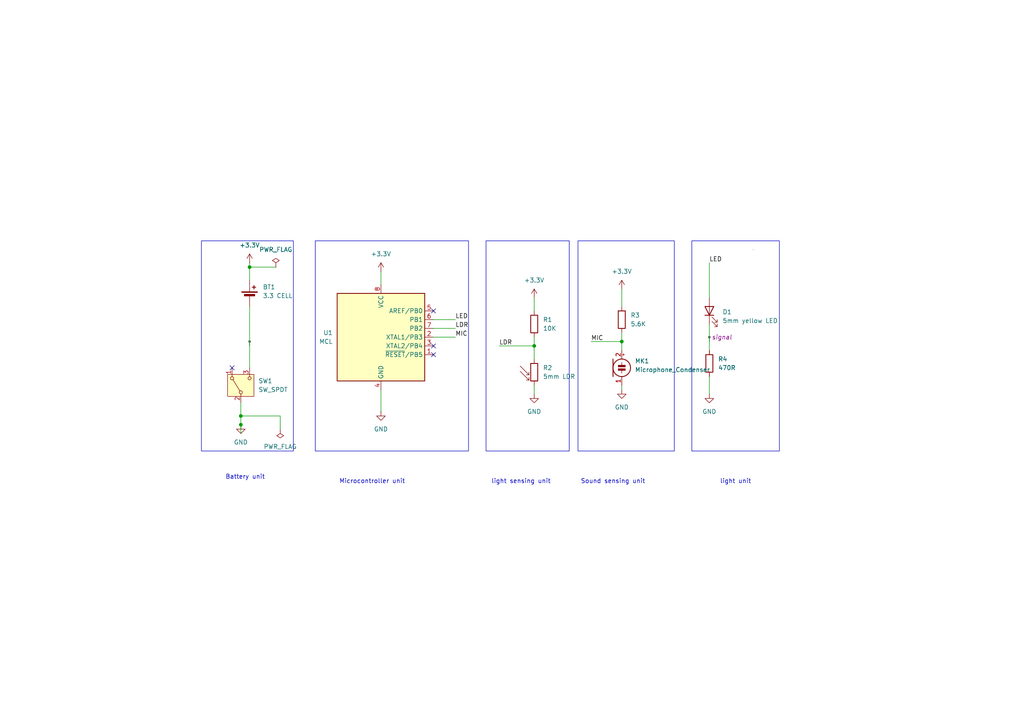
<source format=kicad_sch>
(kicad_sch
	(version 20231120)
	(generator "eeschema")
	(generator_version "8.0")
	(uuid "f8f862d3-1d98-48eb-a3c4-75cd9f32a1fe")
	(paper "A4")
	(title_block
		(title "Digital diya")
		(date "2025-02-06")
		(rev " v1")
		(company "PCB cupid")
	)
	(lib_symbols
		(symbol "Device:Battery_Cell"
			(pin_numbers hide)
			(pin_names
				(offset 0) hide)
			(exclude_from_sim no)
			(in_bom yes)
			(on_board yes)
			(property "Reference" "BT"
				(at 2.54 2.54 0)
				(effects
					(font
						(size 1.27 1.27)
					)
					(justify left)
				)
			)
			(property "Value" "Battery_Cell"
				(at 2.54 0 0)
				(effects
					(font
						(size 1.27 1.27)
					)
					(justify left)
				)
			)
			(property "Footprint" ""
				(at 0 1.524 90)
				(effects
					(font
						(size 1.27 1.27)
					)
					(hide yes)
				)
			)
			(property "Datasheet" "~"
				(at 0 1.524 90)
				(effects
					(font
						(size 1.27 1.27)
					)
					(hide yes)
				)
			)
			(property "Description" "Single-cell battery"
				(at 0 0 0)
				(effects
					(font
						(size 1.27 1.27)
					)
					(hide yes)
				)
			)
			(property "ki_keywords" "battery cell"
				(at 0 0 0)
				(effects
					(font
						(size 1.27 1.27)
					)
					(hide yes)
				)
			)
			(symbol "Battery_Cell_0_1"
				(rectangle
					(start -2.286 1.778)
					(end 2.286 1.524)
					(stroke
						(width 0)
						(type default)
					)
					(fill
						(type outline)
					)
				)
				(rectangle
					(start -1.524 1.016)
					(end 1.524 0.508)
					(stroke
						(width 0)
						(type default)
					)
					(fill
						(type outline)
					)
				)
				(polyline
					(pts
						(xy 0 0.762) (xy 0 0)
					)
					(stroke
						(width 0)
						(type default)
					)
					(fill
						(type none)
					)
				)
				(polyline
					(pts
						(xy 0 1.778) (xy 0 2.54)
					)
					(stroke
						(width 0)
						(type default)
					)
					(fill
						(type none)
					)
				)
				(polyline
					(pts
						(xy 0.762 3.048) (xy 1.778 3.048)
					)
					(stroke
						(width 0.254)
						(type default)
					)
					(fill
						(type none)
					)
				)
				(polyline
					(pts
						(xy 1.27 3.556) (xy 1.27 2.54)
					)
					(stroke
						(width 0.254)
						(type default)
					)
					(fill
						(type none)
					)
				)
			)
			(symbol "Battery_Cell_1_1"
				(pin passive line
					(at 0 5.08 270)
					(length 2.54)
					(name "+"
						(effects
							(font
								(size 1.27 1.27)
							)
						)
					)
					(number "1"
						(effects
							(font
								(size 1.27 1.27)
							)
						)
					)
				)
				(pin passive line
					(at 0 -2.54 90)
					(length 2.54)
					(name "-"
						(effects
							(font
								(size 1.27 1.27)
							)
						)
					)
					(number "2"
						(effects
							(font
								(size 1.27 1.27)
							)
						)
					)
				)
			)
		)
		(symbol "Device:LED"
			(pin_numbers hide)
			(pin_names
				(offset 1.016) hide)
			(exclude_from_sim no)
			(in_bom yes)
			(on_board yes)
			(property "Reference" "D"
				(at 0 2.54 0)
				(effects
					(font
						(size 1.27 1.27)
					)
				)
			)
			(property "Value" "LED"
				(at 0 -2.54 0)
				(effects
					(font
						(size 1.27 1.27)
					)
				)
			)
			(property "Footprint" ""
				(at 0 0 0)
				(effects
					(font
						(size 1.27 1.27)
					)
					(hide yes)
				)
			)
			(property "Datasheet" "~"
				(at 0 0 0)
				(effects
					(font
						(size 1.27 1.27)
					)
					(hide yes)
				)
			)
			(property "Description" "Light emitting diode"
				(at 0 0 0)
				(effects
					(font
						(size 1.27 1.27)
					)
					(hide yes)
				)
			)
			(property "ki_keywords" "LED diode"
				(at 0 0 0)
				(effects
					(font
						(size 1.27 1.27)
					)
					(hide yes)
				)
			)
			(property "ki_fp_filters" "LED* LED_SMD:* LED_THT:*"
				(at 0 0 0)
				(effects
					(font
						(size 1.27 1.27)
					)
					(hide yes)
				)
			)
			(symbol "LED_0_1"
				(polyline
					(pts
						(xy -1.27 -1.27) (xy -1.27 1.27)
					)
					(stroke
						(width 0.254)
						(type default)
					)
					(fill
						(type none)
					)
				)
				(polyline
					(pts
						(xy -1.27 0) (xy 1.27 0)
					)
					(stroke
						(width 0)
						(type default)
					)
					(fill
						(type none)
					)
				)
				(polyline
					(pts
						(xy 1.27 -1.27) (xy 1.27 1.27) (xy -1.27 0) (xy 1.27 -1.27)
					)
					(stroke
						(width 0.254)
						(type default)
					)
					(fill
						(type none)
					)
				)
				(polyline
					(pts
						(xy -3.048 -0.762) (xy -4.572 -2.286) (xy -3.81 -2.286) (xy -4.572 -2.286) (xy -4.572 -1.524)
					)
					(stroke
						(width 0)
						(type default)
					)
					(fill
						(type none)
					)
				)
				(polyline
					(pts
						(xy -1.778 -0.762) (xy -3.302 -2.286) (xy -2.54 -2.286) (xy -3.302 -2.286) (xy -3.302 -1.524)
					)
					(stroke
						(width 0)
						(type default)
					)
					(fill
						(type none)
					)
				)
			)
			(symbol "LED_1_1"
				(pin passive line
					(at -3.81 0 0)
					(length 2.54)
					(name "K"
						(effects
							(font
								(size 1.27 1.27)
							)
						)
					)
					(number "1"
						(effects
							(font
								(size 1.27 1.27)
							)
						)
					)
				)
				(pin passive line
					(at 3.81 0 180)
					(length 2.54)
					(name "A"
						(effects
							(font
								(size 1.27 1.27)
							)
						)
					)
					(number "2"
						(effects
							(font
								(size 1.27 1.27)
							)
						)
					)
				)
			)
		)
		(symbol "Device:Microphone_Condenser"
			(pin_names
				(offset 0.0254) hide)
			(exclude_from_sim no)
			(in_bom yes)
			(on_board yes)
			(property "Reference" "MK"
				(at -3.302 1.27 0)
				(effects
					(font
						(size 1.27 1.27)
					)
					(justify right)
				)
			)
			(property "Value" "Microphone_Condenser"
				(at -3.302 -0.635 0)
				(effects
					(font
						(size 1.27 1.27)
					)
					(justify right)
				)
			)
			(property "Footprint" ""
				(at 0 2.54 90)
				(effects
					(font
						(size 1.27 1.27)
					)
					(hide yes)
				)
			)
			(property "Datasheet" "~"
				(at 0 2.54 90)
				(effects
					(font
						(size 1.27 1.27)
					)
					(hide yes)
				)
			)
			(property "Description" "Condenser microphone"
				(at 0 0 0)
				(effects
					(font
						(size 1.27 1.27)
					)
					(hide yes)
				)
			)
			(property "ki_keywords" "capacitance condenser microphone"
				(at 0 0 0)
				(effects
					(font
						(size 1.27 1.27)
					)
					(hide yes)
				)
			)
			(symbol "Microphone_Condenser_0_1"
				(polyline
					(pts
						(xy -2.54 2.54) (xy -2.54 -2.54)
					)
					(stroke
						(width 0.254)
						(type default)
					)
					(fill
						(type none)
					)
				)
				(polyline
					(pts
						(xy 0 -0.762) (xy 0 -1.524)
					)
					(stroke
						(width 0)
						(type default)
					)
					(fill
						(type none)
					)
				)
				(polyline
					(pts
						(xy 0 0.762) (xy 0 1.524)
					)
					(stroke
						(width 0)
						(type default)
					)
					(fill
						(type none)
					)
				)
				(polyline
					(pts
						(xy 0.254 3.81) (xy 0.762 3.81)
					)
					(stroke
						(width 0)
						(type default)
					)
					(fill
						(type none)
					)
				)
				(polyline
					(pts
						(xy 0.508 4.064) (xy 0.508 3.556)
					)
					(stroke
						(width 0)
						(type default)
					)
					(fill
						(type none)
					)
				)
				(circle
					(center 0 0)
					(radius 2.54)
					(stroke
						(width 0.254)
						(type default)
					)
					(fill
						(type none)
					)
				)
				(rectangle
					(start 1.016 -0.254)
					(end -1.016 -0.762)
					(stroke
						(width 0)
						(type default)
					)
					(fill
						(type outline)
					)
				)
				(rectangle
					(start 1.016 0.762)
					(end -1.016 0.254)
					(stroke
						(width 0)
						(type default)
					)
					(fill
						(type outline)
					)
				)
			)
			(symbol "Microphone_Condenser_1_1"
				(pin passive line
					(at 0 -5.08 90)
					(length 2.54)
					(name "-"
						(effects
							(font
								(size 1.27 1.27)
							)
						)
					)
					(number "1"
						(effects
							(font
								(size 1.27 1.27)
							)
						)
					)
				)
				(pin passive line
					(at 0 5.08 270)
					(length 2.54)
					(name "+"
						(effects
							(font
								(size 1.27 1.27)
							)
						)
					)
					(number "2"
						(effects
							(font
								(size 1.27 1.27)
							)
						)
					)
				)
			)
		)
		(symbol "Device:R"
			(pin_numbers hide)
			(pin_names
				(offset 0)
			)
			(exclude_from_sim no)
			(in_bom yes)
			(on_board yes)
			(property "Reference" "R"
				(at 2.032 0 90)
				(effects
					(font
						(size 1.27 1.27)
					)
				)
			)
			(property "Value" "R"
				(at 0 0 90)
				(effects
					(font
						(size 1.27 1.27)
					)
				)
			)
			(property "Footprint" ""
				(at -1.778 0 90)
				(effects
					(font
						(size 1.27 1.27)
					)
					(hide yes)
				)
			)
			(property "Datasheet" "~"
				(at 0 0 0)
				(effects
					(font
						(size 1.27 1.27)
					)
					(hide yes)
				)
			)
			(property "Description" "Resistor"
				(at 0 0 0)
				(effects
					(font
						(size 1.27 1.27)
					)
					(hide yes)
				)
			)
			(property "ki_keywords" "R res resistor"
				(at 0 0 0)
				(effects
					(font
						(size 1.27 1.27)
					)
					(hide yes)
				)
			)
			(property "ki_fp_filters" "R_*"
				(at 0 0 0)
				(effects
					(font
						(size 1.27 1.27)
					)
					(hide yes)
				)
			)
			(symbol "R_0_1"
				(rectangle
					(start -1.016 -2.54)
					(end 1.016 2.54)
					(stroke
						(width 0.254)
						(type default)
					)
					(fill
						(type none)
					)
				)
			)
			(symbol "R_1_1"
				(pin passive line
					(at 0 3.81 270)
					(length 1.27)
					(name "~"
						(effects
							(font
								(size 1.27 1.27)
							)
						)
					)
					(number "1"
						(effects
							(font
								(size 1.27 1.27)
							)
						)
					)
				)
				(pin passive line
					(at 0 -3.81 90)
					(length 1.27)
					(name "~"
						(effects
							(font
								(size 1.27 1.27)
							)
						)
					)
					(number "2"
						(effects
							(font
								(size 1.27 1.27)
							)
						)
					)
				)
			)
		)
		(symbol "MCU_Microchip_ATtiny:ATtiny85V-10P"
			(exclude_from_sim no)
			(in_bom yes)
			(on_board yes)
			(property "Reference" "U"
				(at -12.7 13.97 0)
				(effects
					(font
						(size 1.27 1.27)
					)
					(justify left bottom)
				)
			)
			(property "Value" "ATtiny85V-10P"
				(at 2.54 -13.97 0)
				(effects
					(font
						(size 1.27 1.27)
					)
					(justify left top)
				)
			)
			(property "Footprint" "Package_DIP:DIP-8_W7.62mm"
				(at 0 0 0)
				(effects
					(font
						(size 1.27 1.27)
						(italic yes)
					)
					(hide yes)
				)
			)
			(property "Datasheet" "http://ww1.microchip.com/downloads/en/DeviceDoc/atmel-2586-avr-8-bit-microcontroller-attiny25-attiny45-attiny85_datasheet.pdf"
				(at 0 0 0)
				(effects
					(font
						(size 1.27 1.27)
					)
					(hide yes)
				)
			)
			(property "Description" "10MHz, 8kB Flash, 512B SRAM, 512B EEPROM, debugWIRE, DIP-8"
				(at 0 0 0)
				(effects
					(font
						(size 1.27 1.27)
					)
					(hide yes)
				)
			)
			(property "ki_keywords" "AVR 8bit Microcontroller tinyAVR"
				(at 0 0 0)
				(effects
					(font
						(size 1.27 1.27)
					)
					(hide yes)
				)
			)
			(property "ki_fp_filters" "DIP*W7.62mm*"
				(at 0 0 0)
				(effects
					(font
						(size 1.27 1.27)
					)
					(hide yes)
				)
			)
			(symbol "ATtiny85V-10P_0_1"
				(rectangle
					(start -12.7 -12.7)
					(end 12.7 12.7)
					(stroke
						(width 0.254)
						(type default)
					)
					(fill
						(type background)
					)
				)
			)
			(symbol "ATtiny85V-10P_1_1"
				(pin bidirectional line
					(at 15.24 -5.08 180)
					(length 2.54)
					(name "~{RESET}/PB5"
						(effects
							(font
								(size 1.27 1.27)
							)
						)
					)
					(number "1"
						(effects
							(font
								(size 1.27 1.27)
							)
						)
					)
				)
				(pin bidirectional line
					(at 15.24 0 180)
					(length 2.54)
					(name "XTAL1/PB3"
						(effects
							(font
								(size 1.27 1.27)
							)
						)
					)
					(number "2"
						(effects
							(font
								(size 1.27 1.27)
							)
						)
					)
				)
				(pin bidirectional line
					(at 15.24 -2.54 180)
					(length 2.54)
					(name "XTAL2/PB4"
						(effects
							(font
								(size 1.27 1.27)
							)
						)
					)
					(number "3"
						(effects
							(font
								(size 1.27 1.27)
							)
						)
					)
				)
				(pin power_in line
					(at 0 -15.24 90)
					(length 2.54)
					(name "GND"
						(effects
							(font
								(size 1.27 1.27)
							)
						)
					)
					(number "4"
						(effects
							(font
								(size 1.27 1.27)
							)
						)
					)
				)
				(pin bidirectional line
					(at 15.24 7.62 180)
					(length 2.54)
					(name "AREF/PB0"
						(effects
							(font
								(size 1.27 1.27)
							)
						)
					)
					(number "5"
						(effects
							(font
								(size 1.27 1.27)
							)
						)
					)
				)
				(pin bidirectional line
					(at 15.24 5.08 180)
					(length 2.54)
					(name "PB1"
						(effects
							(font
								(size 1.27 1.27)
							)
						)
					)
					(number "6"
						(effects
							(font
								(size 1.27 1.27)
							)
						)
					)
				)
				(pin bidirectional line
					(at 15.24 2.54 180)
					(length 2.54)
					(name "PB2"
						(effects
							(font
								(size 1.27 1.27)
							)
						)
					)
					(number "7"
						(effects
							(font
								(size 1.27 1.27)
							)
						)
					)
				)
				(pin power_in line
					(at 0 15.24 270)
					(length 2.54)
					(name "VCC"
						(effects
							(font
								(size 1.27 1.27)
							)
						)
					)
					(number "8"
						(effects
							(font
								(size 1.27 1.27)
							)
						)
					)
				)
			)
		)
		(symbol "Sensor_Optical:LDR07"
			(pin_numbers hide)
			(pin_names
				(offset 0)
			)
			(exclude_from_sim no)
			(in_bom yes)
			(on_board yes)
			(property "Reference" "R"
				(at -5.08 0 90)
				(effects
					(font
						(size 1.27 1.27)
					)
				)
			)
			(property "Value" "LDR07"
				(at 1.905 0 90)
				(effects
					(font
						(size 1.27 1.27)
					)
					(justify top)
				)
			)
			(property "Footprint" "OptoDevice:R_LDR_5.1x4.3mm_P3.4mm_Vertical"
				(at 4.445 0 90)
				(effects
					(font
						(size 1.27 1.27)
					)
					(hide yes)
				)
			)
			(property "Datasheet" "http://www.tme.eu/de/Document/f2e3ad76a925811312d226c31da4cd7e/LDR07.pdf"
				(at 0 -1.27 0)
				(effects
					(font
						(size 1.27 1.27)
					)
					(hide yes)
				)
			)
			(property "Description" "light dependent resistor"
				(at 0 0 0)
				(effects
					(font
						(size 1.27 1.27)
					)
					(hide yes)
				)
			)
			(property "ki_keywords" "light dependent photo resistor LDR"
				(at 0 0 0)
				(effects
					(font
						(size 1.27 1.27)
					)
					(hide yes)
				)
			)
			(property "ki_fp_filters" "R*LDR*5.1x4.3mm*P3.4mm*"
				(at 0 0 0)
				(effects
					(font
						(size 1.27 1.27)
					)
					(hide yes)
				)
			)
			(symbol "LDR07_0_1"
				(rectangle
					(start -1.016 2.54)
					(end 1.016 -2.54)
					(stroke
						(width 0.254)
						(type default)
					)
					(fill
						(type none)
					)
				)
				(polyline
					(pts
						(xy -1.524 -2.286) (xy -4.064 0.254)
					)
					(stroke
						(width 0)
						(type default)
					)
					(fill
						(type none)
					)
				)
				(polyline
					(pts
						(xy -1.524 -2.286) (xy -2.286 -2.286)
					)
					(stroke
						(width 0)
						(type default)
					)
					(fill
						(type none)
					)
				)
				(polyline
					(pts
						(xy -1.524 -2.286) (xy -1.524 -1.524)
					)
					(stroke
						(width 0)
						(type default)
					)
					(fill
						(type none)
					)
				)
				(polyline
					(pts
						(xy -1.524 -0.762) (xy -4.064 1.778)
					)
					(stroke
						(width 0)
						(type default)
					)
					(fill
						(type none)
					)
				)
				(polyline
					(pts
						(xy -1.524 -0.762) (xy -2.286 -0.762)
					)
					(stroke
						(width 0)
						(type default)
					)
					(fill
						(type none)
					)
				)
				(polyline
					(pts
						(xy -1.524 -0.762) (xy -1.524 0)
					)
					(stroke
						(width 0)
						(type default)
					)
					(fill
						(type none)
					)
				)
			)
			(symbol "LDR07_1_1"
				(pin passive line
					(at 0 3.81 270)
					(length 1.27)
					(name "~"
						(effects
							(font
								(size 1.27 1.27)
							)
						)
					)
					(number "1"
						(effects
							(font
								(size 1.27 1.27)
							)
						)
					)
				)
				(pin passive line
					(at 0 -3.81 90)
					(length 1.27)
					(name "~"
						(effects
							(font
								(size 1.27 1.27)
							)
						)
					)
					(number "2"
						(effects
							(font
								(size 1.27 1.27)
							)
						)
					)
				)
			)
		)
		(symbol "Switch:SW_SPDT"
			(pin_names
				(offset 0) hide)
			(exclude_from_sim no)
			(in_bom yes)
			(on_board yes)
			(property "Reference" "SW"
				(at 0 5.08 0)
				(effects
					(font
						(size 1.27 1.27)
					)
				)
			)
			(property "Value" "SW_SPDT"
				(at 0 -5.08 0)
				(effects
					(font
						(size 1.27 1.27)
					)
				)
			)
			(property "Footprint" ""
				(at 0 0 0)
				(effects
					(font
						(size 1.27 1.27)
					)
					(hide yes)
				)
			)
			(property "Datasheet" "~"
				(at 0 -7.62 0)
				(effects
					(font
						(size 1.27 1.27)
					)
					(hide yes)
				)
			)
			(property "Description" "Switch, single pole double throw"
				(at 0 0 0)
				(effects
					(font
						(size 1.27 1.27)
					)
					(hide yes)
				)
			)
			(property "ki_keywords" "switch single-pole double-throw spdt ON-ON"
				(at 0 0 0)
				(effects
					(font
						(size 1.27 1.27)
					)
					(hide yes)
				)
			)
			(symbol "SW_SPDT_0_1"
				(circle
					(center -2.032 0)
					(radius 0.4572)
					(stroke
						(width 0)
						(type default)
					)
					(fill
						(type none)
					)
				)
				(polyline
					(pts
						(xy -1.651 0.254) (xy 1.651 2.286)
					)
					(stroke
						(width 0)
						(type default)
					)
					(fill
						(type none)
					)
				)
				(circle
					(center 2.032 -2.54)
					(radius 0.4572)
					(stroke
						(width 0)
						(type default)
					)
					(fill
						(type none)
					)
				)
				(circle
					(center 2.032 2.54)
					(radius 0.4572)
					(stroke
						(width 0)
						(type default)
					)
					(fill
						(type none)
					)
				)
			)
			(symbol "SW_SPDT_1_1"
				(rectangle
					(start -3.175 3.81)
					(end 3.175 -3.81)
					(stroke
						(width 0)
						(type default)
					)
					(fill
						(type background)
					)
				)
				(pin passive line
					(at 5.08 2.54 180)
					(length 2.54)
					(name "A"
						(effects
							(font
								(size 1.27 1.27)
							)
						)
					)
					(number "1"
						(effects
							(font
								(size 1.27 1.27)
							)
						)
					)
				)
				(pin passive line
					(at -5.08 0 0)
					(length 2.54)
					(name "B"
						(effects
							(font
								(size 1.27 1.27)
							)
						)
					)
					(number "2"
						(effects
							(font
								(size 1.27 1.27)
							)
						)
					)
				)
				(pin passive line
					(at 5.08 -2.54 180)
					(length 2.54)
					(name "C"
						(effects
							(font
								(size 1.27 1.27)
							)
						)
					)
					(number "3"
						(effects
							(font
								(size 1.27 1.27)
							)
						)
					)
				)
			)
		)
		(symbol "power:+3.3V"
			(power)
			(pin_numbers hide)
			(pin_names
				(offset 0) hide)
			(exclude_from_sim no)
			(in_bom yes)
			(on_board yes)
			(property "Reference" "#PWR"
				(at 0 -3.81 0)
				(effects
					(font
						(size 1.27 1.27)
					)
					(hide yes)
				)
			)
			(property "Value" "+3.3V"
				(at 0 3.556 0)
				(effects
					(font
						(size 1.27 1.27)
					)
				)
			)
			(property "Footprint" ""
				(at 0 0 0)
				(effects
					(font
						(size 1.27 1.27)
					)
					(hide yes)
				)
			)
			(property "Datasheet" ""
				(at 0 0 0)
				(effects
					(font
						(size 1.27 1.27)
					)
					(hide yes)
				)
			)
			(property "Description" "Power symbol creates a global label with name \"+3.3V\""
				(at 0 0 0)
				(effects
					(font
						(size 1.27 1.27)
					)
					(hide yes)
				)
			)
			(property "ki_keywords" "global power"
				(at 0 0 0)
				(effects
					(font
						(size 1.27 1.27)
					)
					(hide yes)
				)
			)
			(symbol "+3.3V_0_1"
				(polyline
					(pts
						(xy -0.762 1.27) (xy 0 2.54)
					)
					(stroke
						(width 0)
						(type default)
					)
					(fill
						(type none)
					)
				)
				(polyline
					(pts
						(xy 0 0) (xy 0 2.54)
					)
					(stroke
						(width 0)
						(type default)
					)
					(fill
						(type none)
					)
				)
				(polyline
					(pts
						(xy 0 2.54) (xy 0.762 1.27)
					)
					(stroke
						(width 0)
						(type default)
					)
					(fill
						(type none)
					)
				)
			)
			(symbol "+3.3V_1_1"
				(pin power_in line
					(at 0 0 90)
					(length 0)
					(name "~"
						(effects
							(font
								(size 1.27 1.27)
							)
						)
					)
					(number "1"
						(effects
							(font
								(size 1.27 1.27)
							)
						)
					)
				)
			)
		)
		(symbol "power:GND"
			(power)
			(pin_numbers hide)
			(pin_names
				(offset 0) hide)
			(exclude_from_sim no)
			(in_bom yes)
			(on_board yes)
			(property "Reference" "#PWR"
				(at 0 -6.35 0)
				(effects
					(font
						(size 1.27 1.27)
					)
					(hide yes)
				)
			)
			(property "Value" "GND"
				(at 0 -3.81 0)
				(effects
					(font
						(size 1.27 1.27)
					)
				)
			)
			(property "Footprint" ""
				(at 0 0 0)
				(effects
					(font
						(size 1.27 1.27)
					)
					(hide yes)
				)
			)
			(property "Datasheet" ""
				(at 0 0 0)
				(effects
					(font
						(size 1.27 1.27)
					)
					(hide yes)
				)
			)
			(property "Description" "Power symbol creates a global label with name \"GND\" , ground"
				(at 0 0 0)
				(effects
					(font
						(size 1.27 1.27)
					)
					(hide yes)
				)
			)
			(property "ki_keywords" "global power"
				(at 0 0 0)
				(effects
					(font
						(size 1.27 1.27)
					)
					(hide yes)
				)
			)
			(symbol "GND_0_1"
				(polyline
					(pts
						(xy 0 0) (xy 0 -1.27) (xy 1.27 -1.27) (xy 0 -2.54) (xy -1.27 -1.27) (xy 0 -1.27)
					)
					(stroke
						(width 0)
						(type default)
					)
					(fill
						(type none)
					)
				)
			)
			(symbol "GND_1_1"
				(pin power_in line
					(at 0 0 270)
					(length 0)
					(name "~"
						(effects
							(font
								(size 1.27 1.27)
							)
						)
					)
					(number "1"
						(effects
							(font
								(size 1.27 1.27)
							)
						)
					)
				)
			)
		)
		(symbol "power:PWR_FLAG"
			(power)
			(pin_numbers hide)
			(pin_names
				(offset 0) hide)
			(exclude_from_sim no)
			(in_bom yes)
			(on_board yes)
			(property "Reference" "#FLG"
				(at 0 1.905 0)
				(effects
					(font
						(size 1.27 1.27)
					)
					(hide yes)
				)
			)
			(property "Value" "PWR_FLAG"
				(at 0 3.81 0)
				(effects
					(font
						(size 1.27 1.27)
					)
				)
			)
			(property "Footprint" ""
				(at 0 0 0)
				(effects
					(font
						(size 1.27 1.27)
					)
					(hide yes)
				)
			)
			(property "Datasheet" "~"
				(at 0 0 0)
				(effects
					(font
						(size 1.27 1.27)
					)
					(hide yes)
				)
			)
			(property "Description" "Special symbol for telling ERC where power comes from"
				(at 0 0 0)
				(effects
					(font
						(size 1.27 1.27)
					)
					(hide yes)
				)
			)
			(property "ki_keywords" "flag power"
				(at 0 0 0)
				(effects
					(font
						(size 1.27 1.27)
					)
					(hide yes)
				)
			)
			(symbol "PWR_FLAG_0_0"
				(pin power_out line
					(at 0 0 90)
					(length 0)
					(name "~"
						(effects
							(font
								(size 1.27 1.27)
							)
						)
					)
					(number "1"
						(effects
							(font
								(size 1.27 1.27)
							)
						)
					)
				)
			)
			(symbol "PWR_FLAG_0_1"
				(polyline
					(pts
						(xy 0 0) (xy 0 1.27) (xy -1.016 1.905) (xy 0 2.54) (xy 1.016 1.905) (xy 0 1.27)
					)
					(stroke
						(width 0)
						(type default)
					)
					(fill
						(type none)
					)
				)
			)
		)
	)
	(junction
		(at 154.94 100.33)
		(diameter 0)
		(color 0 0 0 0)
		(uuid "2c0cf104-284b-41c3-b1f4-c74b034818e8")
	)
	(junction
		(at 69.85 120.65)
		(diameter 0)
		(color 0 0 0 0)
		(uuid "5a493d62-7040-48a5-a0c6-61e55892636c")
	)
	(junction
		(at 69.85 123.19)
		(diameter 0)
		(color 0 0 0 0)
		(uuid "8aa7c34a-08c8-4be1-87ba-5fed86283227")
	)
	(junction
		(at 72.39 77.47)
		(diameter 0)
		(color 0 0 0 0)
		(uuid "b39b0ca9-cfbd-4698-b359-005d564e2e08")
	)
	(junction
		(at 180.34 99.06)
		(diameter 0)
		(color 0 0 0 0)
		(uuid "beee0f54-ea53-446c-a89d-3c3c18c5357b")
	)
	(no_connect
		(at 125.73 100.33)
		(uuid "36cbec06-eaee-4165-bf3c-abfefed1657d")
	)
	(no_connect
		(at 125.73 90.17)
		(uuid "3c899ebd-ca40-4ae3-a3c4-84b6e22832e2")
	)
	(no_connect
		(at 67.31 106.68)
		(uuid "7f586335-6d63-4dab-b6b4-e5770720d5dc")
	)
	(no_connect
		(at 125.73 102.87)
		(uuid "dd91180b-d250-43c8-bae0-1b929a084c30")
	)
	(wire
		(pts
			(xy 110.49 78.74) (xy 110.49 82.55)
		)
		(stroke
			(width 0)
			(type default)
		)
		(uuid "10bb44a3-c24e-499a-8fd7-7ab4ff59e201")
	)
	(wire
		(pts
			(xy 72.39 77.47) (xy 80.01 77.47)
		)
		(stroke
			(width 0)
			(type default)
		)
		(uuid "1b678970-0bb5-45b6-b21c-83aa72beff6f")
	)
	(wire
		(pts
			(xy 72.39 77.47) (xy 72.39 81.28)
		)
		(stroke
			(width 0)
			(type default)
		)
		(uuid "26a6e593-e8a3-4d55-9cb7-79382cc7d830")
	)
	(wire
		(pts
			(xy 154.94 100.33) (xy 154.94 104.14)
		)
		(stroke
			(width 0)
			(type default)
		)
		(uuid "28d29028-651b-44e7-9559-feb0838c138a")
	)
	(wire
		(pts
			(xy 180.34 96.52) (xy 180.34 99.06)
		)
		(stroke
			(width 0)
			(type default)
		)
		(uuid "34afbd71-72a9-440b-afe8-9d77ea087154")
	)
	(wire
		(pts
			(xy 81.28 120.65) (xy 69.85 120.65)
		)
		(stroke
			(width 0)
			(type default)
		)
		(uuid "35652ebb-ff9f-4ec3-bac3-973e1270208e")
	)
	(wire
		(pts
			(xy 180.34 83.82) (xy 180.34 88.9)
		)
		(stroke
			(width 0)
			(type default)
		)
		(uuid "3b7e8457-ccb0-478d-ba95-1388b9ba3c30")
	)
	(wire
		(pts
			(xy 69.85 116.84) (xy 69.85 120.65)
		)
		(stroke
			(width 0)
			(type default)
		)
		(uuid "4e9fa94d-4f9e-4e49-9c15-d3f0aa076120")
	)
	(wire
		(pts
			(xy 125.73 95.25) (xy 132.08 95.25)
		)
		(stroke
			(width 0)
			(type default)
		)
		(uuid "4f529ae5-f154-486d-8fbb-ccfde0811426")
	)
	(wire
		(pts
			(xy 171.45 99.06) (xy 180.34 99.06)
		)
		(stroke
			(width 0)
			(type default)
		)
		(uuid "51383d3f-cdd9-4a19-98d6-94cf7613c0d3")
	)
	(wire
		(pts
			(xy 69.85 123.19) (xy 69.85 125.73)
		)
		(stroke
			(width 0)
			(type default)
		)
		(uuid "54f6e681-e38e-470d-8d53-ff47132dafd1")
	)
	(wire
		(pts
			(xy 72.39 88.9) (xy 72.39 106.68)
		)
		(stroke
			(width 0)
			(type default)
		)
		(uuid "722c3ecb-3cb3-40aa-8773-39eef0b7d803")
	)
	(wire
		(pts
			(xy 125.73 97.79) (xy 132.08 97.79)
		)
		(stroke
			(width 0)
			(type default)
		)
		(uuid "75f0277a-7151-41c1-9161-d98ef6b1946c")
	)
	(wire
		(pts
			(xy 110.49 113.03) (xy 110.49 119.38)
		)
		(stroke
			(width 0)
			(type default)
		)
		(uuid "82167735-9a47-4f70-a7f8-0b8c917a7e98")
	)
	(wire
		(pts
			(xy 205.74 93.98) (xy 205.74 101.6)
		)
		(stroke
			(width 0)
			(type default)
		)
		(uuid "96cf6697-20ad-412b-a9e3-918aa5a44537")
	)
	(wire
		(pts
			(xy 72.39 76.2) (xy 72.39 77.47)
		)
		(stroke
			(width 0)
			(type default)
		)
		(uuid "a580a029-9463-479e-b1d3-906e78fd4f0d")
	)
	(wire
		(pts
			(xy 180.34 99.06) (xy 180.34 101.6)
		)
		(stroke
			(width 0)
			(type default)
		)
		(uuid "b548d5f0-6677-4974-bc3f-50081599ec5e")
	)
	(wire
		(pts
			(xy 154.94 111.76) (xy 154.94 114.3)
		)
		(stroke
			(width 0)
			(type default)
		)
		(uuid "ba895ba5-67d5-4fac-90d9-4fa19f5af7e3")
	)
	(wire
		(pts
			(xy 180.34 111.76) (xy 180.34 113.03)
		)
		(stroke
			(width 0)
			(type default)
		)
		(uuid "d03b5d58-020c-4d89-9718-d7d8987ccf4d")
	)
	(wire
		(pts
			(xy 144.78 100.33) (xy 154.94 100.33)
		)
		(stroke
			(width 0)
			(type default)
		)
		(uuid "d9914150-7379-4116-a18c-b50aa1f67f35")
	)
	(wire
		(pts
			(xy 205.74 76.2) (xy 205.74 86.36)
		)
		(stroke
			(width 0)
			(type default)
		)
		(uuid "e21be587-37c8-4a17-8aa1-7254160bee76")
	)
	(wire
		(pts
			(xy 154.94 97.79) (xy 154.94 100.33)
		)
		(stroke
			(width 0)
			(type default)
		)
		(uuid "e494c272-ba81-4848-916f-62eb46542393")
	)
	(wire
		(pts
			(xy 154.94 86.36) (xy 154.94 90.17)
		)
		(stroke
			(width 0)
			(type default)
		)
		(uuid "e579b7f3-89ec-48e1-ba5b-d56f6166c7b2")
	)
	(wire
		(pts
			(xy 69.85 120.65) (xy 69.85 123.19)
		)
		(stroke
			(width 0)
			(type default)
		)
		(uuid "ed7235b6-b6ff-4ee3-afb4-1cfc15ed2e3b")
	)
	(wire
		(pts
			(xy 125.73 92.71) (xy 132.08 92.71)
		)
		(stroke
			(width 0)
			(type default)
		)
		(uuid "f1b0b221-02c1-42ab-9395-179b6eba0185")
	)
	(wire
		(pts
			(xy 205.74 109.22) (xy 205.74 114.3)
		)
		(stroke
			(width 0)
			(type default)
		)
		(uuid "f9517721-43e1-4ae6-bdfe-67f7a62a1ffd")
	)
	(wire
		(pts
			(xy 81.28 124.46) (xy 81.28 120.65)
		)
		(stroke
			(width 0)
			(type default)
		)
		(uuid "fb8251ce-6ca3-450e-bb6a-494d5ffd86d8")
	)
	(rectangle
		(start 200.66 69.85)
		(end 226.06 130.81)
		(stroke
			(width 0)
			(type default)
		)
		(fill
			(type none)
		)
		(uuid 19d7faf4-7935-48dd-8264-63b7b89a57da)
	)
	(rectangle
		(start 167.64 69.85)
		(end 195.58 130.81)
		(stroke
			(width 0)
			(type default)
		)
		(fill
			(type none)
		)
		(uuid 25d290fc-85af-47d5-ab94-6363ad07cc63)
	)
	(rectangle
		(start 218.44 72.39)
		(end 218.44 72.39)
		(stroke
			(width 0)
			(type default)
		)
		(fill
			(type none)
		)
		(uuid 2831b92b-3c22-4981-9eaf-5afbda37f95f)
	)
	(rectangle
		(start 140.97 69.85)
		(end 165.1 130.81)
		(stroke
			(width 0)
			(type default)
		)
		(fill
			(type none)
		)
		(uuid af63923e-f1f5-46b0-b511-889f8706cdb5)
	)
	(rectangle
		(start 91.44 69.85)
		(end 135.89 130.81)
		(stroke
			(width 0)
			(type default)
		)
		(fill
			(type none)
		)
		(uuid cfc97c3f-5437-47eb-9fd4-35488eaed40d)
	)
	(rectangle
		(start 58.42 69.85)
		(end 85.09 130.81)
		(stroke
			(width 0)
			(type default)
		)
		(fill
			(type none)
		)
		(uuid f27b55e8-01ee-4435-ac42-f6c7dc23d29d)
	)
	(text "light sensing unit"
		(exclude_from_sim no)
		(at 151.13 139.7 0)
		(effects
			(font
				(size 1.27 1.27)
			)
		)
		(uuid "39c4ce1e-b481-4a71-a5f4-3ead8ac4e0dc")
	)
	(text "Microcontroller unit\n"
		(exclude_from_sim no)
		(at 107.95 139.7 0)
		(effects
			(font
				(size 1.27 1.27)
			)
		)
		(uuid "3b2fa352-456f-4693-82dd-42a2170b6923")
	)
	(text "light unit"
		(exclude_from_sim no)
		(at 213.36 139.7 0)
		(effects
			(font
				(size 1.27 1.27)
			)
		)
		(uuid "4c32bb8b-3f79-4585-9fee-99b107ec15eb")
	)
	(text "Battery unit\n"
		(exclude_from_sim no)
		(at 71.12 138.43 0)
		(effects
			(font
				(size 1.27 1.27)
			)
		)
		(uuid "cc524be0-8cef-4588-a2e8-aafc573e8448")
	)
	(text "Sound sensing unit"
		(exclude_from_sim no)
		(at 177.8 139.7 0)
		(effects
			(font
				(size 1.27 1.27)
			)
		)
		(uuid "ee07a525-5114-4005-aeeb-1ffc2c5b2c10")
	)
	(label "MIC"
		(at 132.08 97.79 0)
		(effects
			(font
				(size 1.27 1.27)
			)
			(justify left bottom)
		)
		(uuid "93c94405-84c9-4011-a86a-0e2447be742c")
	)
	(label "LDR"
		(at 132.08 95.25 0)
		(effects
			(font
				(size 1.27 1.27)
			)
			(justify left bottom)
		)
		(uuid "97fd5c45-852c-462f-b46a-c1ab52a9c1d7")
	)
	(label "LDR"
		(at 144.78 100.33 0)
		(effects
			(font
				(size 1.27 1.27)
			)
			(justify left bottom)
		)
		(uuid "c49098d3-568b-473d-bd94-34fbf4ab2d26")
	)
	(label "MIC"
		(at 171.45 99.06 0)
		(effects
			(font
				(size 1.27 1.27)
			)
			(justify left bottom)
		)
		(uuid "c494728f-5860-4a97-af99-979044684c82")
	)
	(label "LED"
		(at 205.74 76.2 0)
		(effects
			(font
				(size 1.27 1.27)
			)
			(justify left bottom)
		)
		(uuid "c8c3cfd0-3ab8-4a4c-8dea-5ab8d207afce")
	)
	(label "LED"
		(at 132.08 92.71 0)
		(effects
			(font
				(size 1.27 1.27)
			)
			(justify left bottom)
		)
		(uuid "d0d86e47-076e-4441-bef1-0f30ca4c3bb5")
	)
	(netclass_flag ""
		(length 1.27)
		(shape dot)
		(at 72.39 100.33 0)
		(fields_autoplaced yes)
		(effects
			(font
				(size 1.27 1.27)
			)
			(justify left bottom)
		)
		(uuid "028a5a8f-5331-43d6-8956-e827d22bc158")
		(property "Netclass" ""
			(at 73.0885 99.06 0)
			(effects
				(font
					(size 1.27 1.27)
					(italic yes)
				)
				(justify left)
			)
		)
	)
	(netclass_flag ""
		(length 1.27)
		(shape dot)
		(at 205.74 99.06 0)
		(fields_autoplaced yes)
		(effects
			(font
				(size 1.27 1.27)
			)
			(justify left bottom)
		)
		(uuid "eddd7689-db6a-4136-bdc8-b8703c674ca7")
		(property "Netclass" "signal"
			(at 206.4385 97.79 0)
			(effects
				(font
					(size 1.27 1.27)
					(italic yes)
				)
				(justify left)
			)
		)
	)
	(symbol
		(lib_id "Device:R")
		(at 205.74 105.41 0)
		(unit 1)
		(exclude_from_sim no)
		(in_bom yes)
		(on_board yes)
		(dnp no)
		(fields_autoplaced yes)
		(uuid "0631fc70-c48d-43b0-a733-2e8bc14bf9e4")
		(property "Reference" "R4"
			(at 208.28 104.1399 0)
			(effects
				(font
					(size 1.27 1.27)
				)
				(justify left)
			)
		)
		(property "Value" "470R"
			(at 208.28 106.6799 0)
			(effects
				(font
					(size 1.27 1.27)
				)
				(justify left)
			)
		)
		(property "Footprint" "Resistor_THT:R_Axial_DIN0207_L6.3mm_D2.5mm_P15.24mm_Horizontal"
			(at 203.962 105.41 90)
			(effects
				(font
					(size 1.27 1.27)
				)
				(hide yes)
			)
		)
		(property "Datasheet" "~"
			(at 205.74 105.41 0)
			(effects
				(font
					(size 1.27 1.27)
				)
				(hide yes)
			)
		)
		(property "Description" "Resistor"
			(at 205.74 105.41 0)
			(effects
				(font
					(size 1.27 1.27)
				)
				(hide yes)
			)
		)
		(pin "1"
			(uuid "225b122a-9c91-4a62-8269-a04cc6520840")
		)
		(pin "2"
			(uuid "93a26f71-c51d-435c-9425-c7b6859d2101")
		)
		(instances
			(project ""
				(path "/f8f862d3-1d98-48eb-a3c4-75cd9f32a1fe"
					(reference "R4")
					(unit 1)
				)
			)
		)
	)
	(symbol
		(lib_id "power:GND")
		(at 110.49 119.38 0)
		(unit 1)
		(exclude_from_sim no)
		(in_bom yes)
		(on_board yes)
		(dnp no)
		(fields_autoplaced yes)
		(uuid "283bec65-5f0c-4748-8dd6-9eff5bdc3b55")
		(property "Reference" "#PWR04"
			(at 110.49 125.73 0)
			(effects
				(font
					(size 1.27 1.27)
				)
				(hide yes)
			)
		)
		(property "Value" "GND"
			(at 110.49 124.46 0)
			(effects
				(font
					(size 1.27 1.27)
				)
			)
		)
		(property "Footprint" ""
			(at 110.49 119.38 0)
			(effects
				(font
					(size 1.27 1.27)
				)
				(hide yes)
			)
		)
		(property "Datasheet" ""
			(at 110.49 119.38 0)
			(effects
				(font
					(size 1.27 1.27)
				)
				(hide yes)
			)
		)
		(property "Description" "Power symbol creates a global label with name \"GND\" , ground"
			(at 110.49 119.38 0)
			(effects
				(font
					(size 1.27 1.27)
				)
				(hide yes)
			)
		)
		(pin "1"
			(uuid "c9bb3d0d-c753-4e79-b091-46025e20373a")
		)
		(instances
			(project ""
				(path "/f8f862d3-1d98-48eb-a3c4-75cd9f32a1fe"
					(reference "#PWR04")
					(unit 1)
				)
			)
		)
	)
	(symbol
		(lib_id "MCU_Microchip_ATtiny:ATtiny85V-10P")
		(at 110.49 97.79 0)
		(unit 1)
		(exclude_from_sim no)
		(in_bom yes)
		(on_board yes)
		(dnp no)
		(fields_autoplaced yes)
		(uuid "2b1b9dab-ded1-4771-8988-c4f90909c5dd")
		(property "Reference" "U1"
			(at 96.52 96.5199 0)
			(effects
				(font
					(size 1.27 1.27)
				)
				(justify right)
			)
		)
		(property "Value" "MCL"
			(at 96.52 99.0599 0)
			(effects
				(font
					(size 1.27 1.27)
				)
				(justify right)
			)
		)
		(property "Footprint" "Package_DIP:DIP-8_W7.62mm"
			(at 110.49 97.79 0)
			(effects
				(font
					(size 1.27 1.27)
					(italic yes)
				)
				(hide yes)
			)
		)
		(property "Datasheet" "http://ww1.microchip.com/downloads/en/DeviceDoc/atmel-2586-avr-8-bit-microcontroller-attiny25-attiny45-attiny85_datasheet.pdf"
			(at 110.49 97.79 0)
			(effects
				(font
					(size 1.27 1.27)
				)
				(hide yes)
			)
		)
		(property "Description" "10MHz, 8kB Flash, 512B SRAM, 512B EEPROM, debugWIRE, DIP-8"
			(at 110.49 97.79 0)
			(effects
				(font
					(size 1.27 1.27)
				)
				(hide yes)
			)
		)
		(pin "6"
			(uuid "cd10c2c6-cfad-441e-a30e-2a0e4dac38ba")
		)
		(pin "8"
			(uuid "3064ebb7-b208-470b-a368-3f29689f0888")
		)
		(pin "3"
			(uuid "71e2b03a-3915-42ea-9ce7-976f80327019")
		)
		(pin "2"
			(uuid "20246eb3-9c16-4aac-ac83-df7ed4a585ab")
		)
		(pin "1"
			(uuid "e62bb9c4-8020-4054-9364-4a4f1f30aba6")
		)
		(pin "7"
			(uuid "0db0ae13-62db-4cdc-a97b-74ab72d3d549")
		)
		(pin "5"
			(uuid "505c0140-65bf-4027-85ba-25d42e2aa971")
		)
		(pin "4"
			(uuid "495f69cd-2760-4521-9e1d-f4c77c50b925")
		)
		(instances
			(project ""
				(path "/f8f862d3-1d98-48eb-a3c4-75cd9f32a1fe"
					(reference "U1")
					(unit 1)
				)
			)
		)
	)
	(symbol
		(lib_id "power:+3.3V")
		(at 110.49 78.74 0)
		(unit 1)
		(exclude_from_sim no)
		(in_bom yes)
		(on_board yes)
		(dnp no)
		(fields_autoplaced yes)
		(uuid "37ab1f9c-cee1-4f3b-ae2d-026603f35f1c")
		(property "Reference" "#PWR03"
			(at 110.49 82.55 0)
			(effects
				(font
					(size 1.27 1.27)
				)
				(hide yes)
			)
		)
		(property "Value" "+3.3V"
			(at 110.49 73.66 0)
			(effects
				(font
					(size 1.27 1.27)
				)
			)
		)
		(property "Footprint" ""
			(at 110.49 78.74 0)
			(effects
				(font
					(size 1.27 1.27)
				)
				(hide yes)
			)
		)
		(property "Datasheet" ""
			(at 110.49 78.74 0)
			(effects
				(font
					(size 1.27 1.27)
				)
				(hide yes)
			)
		)
		(property "Description" "Power symbol creates a global label with name \"+3.3V\""
			(at 110.49 78.74 0)
			(effects
				(font
					(size 1.27 1.27)
				)
				(hide yes)
			)
		)
		(pin "1"
			(uuid "720e0c58-f1db-428c-b7f8-ad804ebcad58")
		)
		(instances
			(project ""
				(path "/f8f862d3-1d98-48eb-a3c4-75cd9f32a1fe"
					(reference "#PWR03")
					(unit 1)
				)
			)
		)
	)
	(symbol
		(lib_id "power:GND")
		(at 69.85 123.19 0)
		(unit 1)
		(exclude_from_sim no)
		(in_bom yes)
		(on_board yes)
		(dnp no)
		(fields_autoplaced yes)
		(uuid "42ea2f86-5638-453d-850c-820df9270fbf")
		(property "Reference" "#PWR01"
			(at 69.85 129.54 0)
			(effects
				(font
					(size 1.27 1.27)
				)
				(hide yes)
			)
		)
		(property "Value" "GND"
			(at 69.85 128.27 0)
			(effects
				(font
					(size 1.27 1.27)
				)
			)
		)
		(property "Footprint" ""
			(at 69.85 123.19 0)
			(effects
				(font
					(size 1.27 1.27)
				)
				(hide yes)
			)
		)
		(property "Datasheet" ""
			(at 69.85 123.19 0)
			(effects
				(font
					(size 1.27 1.27)
				)
				(hide yes)
			)
		)
		(property "Description" "Power symbol creates a global label with name \"GND\" , ground"
			(at 69.85 123.19 0)
			(effects
				(font
					(size 1.27 1.27)
				)
				(hide yes)
			)
		)
		(pin "1"
			(uuid "6ec9d19d-40f0-4789-8d0f-9de5f26741ed")
		)
		(instances
			(project ""
				(path "/f8f862d3-1d98-48eb-a3c4-75cd9f32a1fe"
					(reference "#PWR01")
					(unit 1)
				)
			)
		)
	)
	(symbol
		(lib_id "power:+3.3V")
		(at 72.39 76.2 0)
		(unit 1)
		(exclude_from_sim no)
		(in_bom yes)
		(on_board yes)
		(dnp no)
		(fields_autoplaced yes)
		(uuid "5285c358-79e1-42da-9f95-1c1c7da337ff")
		(property "Reference" "#PWR02"
			(at 72.39 80.01 0)
			(effects
				(font
					(size 1.27 1.27)
				)
				(hide yes)
			)
		)
		(property "Value" "+3.3V"
			(at 72.39 71.12 0)
			(effects
				(font
					(size 1.27 1.27)
				)
			)
		)
		(property "Footprint" ""
			(at 72.39 76.2 0)
			(effects
				(font
					(size 1.27 1.27)
				)
				(hide yes)
			)
		)
		(property "Datasheet" ""
			(at 72.39 76.2 0)
			(effects
				(font
					(size 1.27 1.27)
				)
				(hide yes)
			)
		)
		(property "Description" "Power symbol creates a global label with name \"+3.3V\""
			(at 72.39 76.2 0)
			(effects
				(font
					(size 1.27 1.27)
				)
				(hide yes)
			)
		)
		(pin "1"
			(uuid "807efb9b-4a5e-4fce-8b38-5995b4e95175")
		)
		(instances
			(project ""
				(path "/f8f862d3-1d98-48eb-a3c4-75cd9f32a1fe"
					(reference "#PWR02")
					(unit 1)
				)
			)
		)
	)
	(symbol
		(lib_id "power:GND")
		(at 154.94 114.3 0)
		(unit 1)
		(exclude_from_sim no)
		(in_bom yes)
		(on_board yes)
		(dnp no)
		(fields_autoplaced yes)
		(uuid "6ecb7be5-9663-4cd6-be71-54de9a76e14c")
		(property "Reference" "#PWR06"
			(at 154.94 120.65 0)
			(effects
				(font
					(size 1.27 1.27)
				)
				(hide yes)
			)
		)
		(property "Value" "GND"
			(at 154.94 119.38 0)
			(effects
				(font
					(size 1.27 1.27)
				)
			)
		)
		(property "Footprint" ""
			(at 154.94 114.3 0)
			(effects
				(font
					(size 1.27 1.27)
				)
				(hide yes)
			)
		)
		(property "Datasheet" ""
			(at 154.94 114.3 0)
			(effects
				(font
					(size 1.27 1.27)
				)
				(hide yes)
			)
		)
		(property "Description" "Power symbol creates a global label with name \"GND\" , ground"
			(at 154.94 114.3 0)
			(effects
				(font
					(size 1.27 1.27)
				)
				(hide yes)
			)
		)
		(pin "1"
			(uuid "d69607c5-0043-4acb-b969-1b92c984bc10")
		)
		(instances
			(project ""
				(path "/f8f862d3-1d98-48eb-a3c4-75cd9f32a1fe"
					(reference "#PWR06")
					(unit 1)
				)
			)
		)
	)
	(symbol
		(lib_id "Device:LED")
		(at 205.74 90.17 90)
		(unit 1)
		(exclude_from_sim no)
		(in_bom yes)
		(on_board yes)
		(dnp no)
		(fields_autoplaced yes)
		(uuid "72f2b785-f92f-405d-b80e-f2cd093bb88b")
		(property "Reference" "D1"
			(at 209.55 90.4874 90)
			(effects
				(font
					(size 1.27 1.27)
				)
				(justify right)
			)
		)
		(property "Value" "5mm yellow LED"
			(at 209.55 93.0274 90)
			(effects
				(font
					(size 1.27 1.27)
				)
				(justify right)
			)
		)
		(property "Footprint" "LED_THT:LED_D5.0mm"
			(at 205.74 90.17 0)
			(effects
				(font
					(size 1.27 1.27)
				)
				(hide yes)
			)
		)
		(property "Datasheet" "~"
			(at 205.74 90.17 0)
			(effects
				(font
					(size 1.27 1.27)
				)
				(hide yes)
			)
		)
		(property "Description" "Light emitting diode"
			(at 205.74 90.17 0)
			(effects
				(font
					(size 1.27 1.27)
				)
				(hide yes)
			)
		)
		(pin "2"
			(uuid "88b09bbc-1638-47a7-bdee-4304812f8dee")
		)
		(pin "1"
			(uuid "7f4f8e29-1d56-474f-a51e-b96c578e7b86")
		)
		(instances
			(project ""
				(path "/f8f862d3-1d98-48eb-a3c4-75cd9f32a1fe"
					(reference "D1")
					(unit 1)
				)
			)
		)
	)
	(symbol
		(lib_id "power:GND")
		(at 180.34 113.03 0)
		(unit 1)
		(exclude_from_sim no)
		(in_bom yes)
		(on_board yes)
		(dnp no)
		(fields_autoplaced yes)
		(uuid "80f8aa51-7f1f-4410-88f3-2c7a92ca9152")
		(property "Reference" "#PWR08"
			(at 180.34 119.38 0)
			(effects
				(font
					(size 1.27 1.27)
				)
				(hide yes)
			)
		)
		(property "Value" "GND"
			(at 180.34 118.11 0)
			(effects
				(font
					(size 1.27 1.27)
				)
			)
		)
		(property "Footprint" ""
			(at 180.34 113.03 0)
			(effects
				(font
					(size 1.27 1.27)
				)
				(hide yes)
			)
		)
		(property "Datasheet" ""
			(at 180.34 113.03 0)
			(effects
				(font
					(size 1.27 1.27)
				)
				(hide yes)
			)
		)
		(property "Description" "Power symbol creates a global label with name \"GND\" , ground"
			(at 180.34 113.03 0)
			(effects
				(font
					(size 1.27 1.27)
				)
				(hide yes)
			)
		)
		(pin "1"
			(uuid "f2d27780-85a6-4e3f-97d7-2f0f8e5768f8")
		)
		(instances
			(project ""
				(path "/f8f862d3-1d98-48eb-a3c4-75cd9f32a1fe"
					(reference "#PWR08")
					(unit 1)
				)
			)
		)
	)
	(symbol
		(lib_id "Switch:SW_SPDT")
		(at 69.85 111.76 90)
		(unit 1)
		(exclude_from_sim no)
		(in_bom yes)
		(on_board yes)
		(dnp no)
		(fields_autoplaced yes)
		(uuid "82e71dc4-5e74-4556-b85c-3b575ce10514")
		(property "Reference" "SW1"
			(at 74.93 110.4899 90)
			(effects
				(font
					(size 1.27 1.27)
				)
				(justify right)
			)
		)
		(property "Value" "SW_SPDT"
			(at 74.93 113.0299 90)
			(effects
				(font
					(size 1.27 1.27)
				)
				(justify right)
			)
		)
		(property "Footprint" "Button_Switch_THT:SW_E-Switch_EG1224_SPDT_Angled"
			(at 69.85 111.76 0)
			(effects
				(font
					(size 1.27 1.27)
				)
				(hide yes)
			)
		)
		(property "Datasheet" "~"
			(at 77.47 111.76 0)
			(effects
				(font
					(size 1.27 1.27)
				)
				(hide yes)
			)
		)
		(property "Description" "Switch, single pole double throw"
			(at 69.85 111.76 0)
			(effects
				(font
					(size 1.27 1.27)
				)
				(hide yes)
			)
		)
		(pin "3"
			(uuid "85ca5ac1-533a-4808-a5c5-59a24bf6877a")
		)
		(pin "2"
			(uuid "4caf7a15-ec04-4597-ab70-37864e7e8eda")
		)
		(pin "1"
			(uuid "f4098cf5-523d-4d82-93a2-2b39ee26464a")
		)
		(instances
			(project ""
				(path "/f8f862d3-1d98-48eb-a3c4-75cd9f32a1fe"
					(reference "SW1")
					(unit 1)
				)
			)
		)
	)
	(symbol
		(lib_id "Device:R")
		(at 180.34 92.71 0)
		(unit 1)
		(exclude_from_sim no)
		(in_bom yes)
		(on_board yes)
		(dnp no)
		(fields_autoplaced yes)
		(uuid "9c70800b-e1c6-4c78-a58d-d98ab90e26aa")
		(property "Reference" "R3"
			(at 182.88 91.4399 0)
			(effects
				(font
					(size 1.27 1.27)
				)
				(justify left)
			)
		)
		(property "Value" "5.6K"
			(at 182.88 93.9799 0)
			(effects
				(font
					(size 1.27 1.27)
				)
				(justify left)
			)
		)
		(property "Footprint" "Resistor_THT:R_Axial_DIN0207_L6.3mm_D2.5mm_P15.24mm_Horizontal"
			(at 178.562 92.71 90)
			(effects
				(font
					(size 1.27 1.27)
				)
				(hide yes)
			)
		)
		(property "Datasheet" "~"
			(at 180.34 92.71 0)
			(effects
				(font
					(size 1.27 1.27)
				)
				(hide yes)
			)
		)
		(property "Description" "Resistor"
			(at 180.34 92.71 0)
			(effects
				(font
					(size 1.27 1.27)
				)
				(hide yes)
			)
		)
		(pin "1"
			(uuid "afb16fd2-79a5-416d-8507-7bcb2bd84d71")
		)
		(pin "2"
			(uuid "61e1b785-44f1-47d6-ac79-8281faaa4db2")
		)
		(instances
			(project "feb2025"
				(path "/f8f862d3-1d98-48eb-a3c4-75cd9f32a1fe"
					(reference "R3")
					(unit 1)
				)
			)
		)
	)
	(symbol
		(lib_id "Device:Microphone_Condenser")
		(at 180.34 106.68 0)
		(unit 1)
		(exclude_from_sim no)
		(in_bom yes)
		(on_board yes)
		(dnp no)
		(fields_autoplaced yes)
		(uuid "a4d27b3c-84ac-4405-8210-de0e782d0ac2")
		(property "Reference" "MK1"
			(at 184.15 104.7114 0)
			(effects
				(font
					(size 1.27 1.27)
				)
				(justify left)
			)
		)
		(property "Value" "Microphone_Condenser"
			(at 184.15 107.2514 0)
			(effects
				(font
					(size 1.27 1.27)
				)
				(justify left)
			)
		)
		(property "Footprint" "Connector_PinHeader_2.54mm:PinHeader_1x02_P2.54mm_Vertical"
			(at 180.34 104.14 90)
			(effects
				(font
					(size 1.27 1.27)
				)
				(hide yes)
			)
		)
		(property "Datasheet" "~"
			(at 180.34 104.14 90)
			(effects
				(font
					(size 1.27 1.27)
				)
				(hide yes)
			)
		)
		(property "Description" "Condenser microphone"
			(at 180.34 106.68 0)
			(effects
				(font
					(size 1.27 1.27)
				)
				(hide yes)
			)
		)
		(pin "1"
			(uuid "53ca2a06-85eb-457b-8e98-3dd483df5a56")
		)
		(pin "2"
			(uuid "b4fab49c-764b-4b19-aecf-da4c9a7bb5b4")
		)
		(instances
			(project ""
				(path "/f8f862d3-1d98-48eb-a3c4-75cd9f32a1fe"
					(reference "MK1")
					(unit 1)
				)
			)
		)
	)
	(symbol
		(lib_id "power:+3.3V")
		(at 180.34 83.82 0)
		(unit 1)
		(exclude_from_sim no)
		(in_bom yes)
		(on_board yes)
		(dnp no)
		(fields_autoplaced yes)
		(uuid "ac704fd1-d122-4ef5-a508-3764736d0280")
		(property "Reference" "#PWR07"
			(at 180.34 87.63 0)
			(effects
				(font
					(size 1.27 1.27)
				)
				(hide yes)
			)
		)
		(property "Value" "+3.3V"
			(at 180.34 78.74 0)
			(effects
				(font
					(size 1.27 1.27)
				)
			)
		)
		(property "Footprint" ""
			(at 180.34 83.82 0)
			(effects
				(font
					(size 1.27 1.27)
				)
				(hide yes)
			)
		)
		(property "Datasheet" ""
			(at 180.34 83.82 0)
			(effects
				(font
					(size 1.27 1.27)
				)
				(hide yes)
			)
		)
		(property "Description" "Power symbol creates a global label with name \"+3.3V\""
			(at 180.34 83.82 0)
			(effects
				(font
					(size 1.27 1.27)
				)
				(hide yes)
			)
		)
		(pin "1"
			(uuid "ca31c844-609a-4397-a416-3dc8f18a861e")
		)
		(instances
			(project ""
				(path "/f8f862d3-1d98-48eb-a3c4-75cd9f32a1fe"
					(reference "#PWR07")
					(unit 1)
				)
			)
		)
	)
	(symbol
		(lib_id "Device:Battery_Cell")
		(at 72.39 86.36 0)
		(unit 1)
		(exclude_from_sim no)
		(in_bom yes)
		(on_board yes)
		(dnp no)
		(fields_autoplaced yes)
		(uuid "ae67254b-e04b-4163-9578-313301428ddd")
		(property "Reference" "BT1"
			(at 76.2 83.2484 0)
			(effects
				(font
					(size 1.27 1.27)
				)
				(justify left)
			)
		)
		(property "Value" "3.3 CELL"
			(at 76.2 85.7884 0)
			(effects
				(font
					(size 1.27 1.27)
				)
				(justify left)
			)
		)
		(property "Footprint" "Battery:BatteryHolder_ComfortableElectronic_CH273-2450_1x2450"
			(at 72.39 84.836 90)
			(effects
				(font
					(size 1.27 1.27)
				)
				(hide yes)
			)
		)
		(property "Datasheet" "~"
			(at 72.39 84.836 90)
			(effects
				(font
					(size 1.27 1.27)
				)
				(hide yes)
			)
		)
		(property "Description" "Single-cell battery"
			(at 72.39 86.36 0)
			(effects
				(font
					(size 1.27 1.27)
				)
				(hide yes)
			)
		)
		(pin "2"
			(uuid "a490c823-cb65-4bd6-9b68-25c4f8d58065")
		)
		(pin "1"
			(uuid "6b058634-8d20-40f4-bc7b-20be8a0636e3")
		)
		(instances
			(project ""
				(path "/f8f862d3-1d98-48eb-a3c4-75cd9f32a1fe"
					(reference "BT1")
					(unit 1)
				)
			)
		)
	)
	(symbol
		(lib_id "Device:R")
		(at 154.94 93.98 0)
		(unit 1)
		(exclude_from_sim no)
		(in_bom yes)
		(on_board yes)
		(dnp no)
		(fields_autoplaced yes)
		(uuid "b6812af9-55f3-4085-8faf-65a248db61d3")
		(property "Reference" "R1"
			(at 157.48 92.7099 0)
			(effects
				(font
					(size 1.27 1.27)
				)
				(justify left)
			)
		)
		(property "Value" "10K"
			(at 157.48 95.2499 0)
			(effects
				(font
					(size 1.27 1.27)
				)
				(justify left)
			)
		)
		(property "Footprint" "Resistor_THT:R_Axial_DIN0207_L6.3mm_D2.5mm_P15.24mm_Horizontal"
			(at 153.162 93.98 90)
			(effects
				(font
					(size 1.27 1.27)
				)
				(hide yes)
			)
		)
		(property "Datasheet" "~"
			(at 154.94 93.98 0)
			(effects
				(font
					(size 1.27 1.27)
				)
				(hide yes)
			)
		)
		(property "Description" "Resistor"
			(at 154.94 93.98 0)
			(effects
				(font
					(size 1.27 1.27)
				)
				(hide yes)
			)
		)
		(pin "1"
			(uuid "5c7bcc73-dbc0-4394-b5da-5671e74c1684")
		)
		(pin "2"
			(uuid "44b92b8e-aa53-4c9a-a038-f242676b4851")
		)
		(instances
			(project ""
				(path "/f8f862d3-1d98-48eb-a3c4-75cd9f32a1fe"
					(reference "R1")
					(unit 1)
				)
			)
		)
	)
	(symbol
		(lib_id "power:+3.3V")
		(at 154.94 86.36 0)
		(unit 1)
		(exclude_from_sim no)
		(in_bom yes)
		(on_board yes)
		(dnp no)
		(fields_autoplaced yes)
		(uuid "ba97dcf0-fe6f-463b-9f23-9050faa05672")
		(property "Reference" "#PWR05"
			(at 154.94 90.17 0)
			(effects
				(font
					(size 1.27 1.27)
				)
				(hide yes)
			)
		)
		(property "Value" "+3.3V"
			(at 154.94 81.28 0)
			(effects
				(font
					(size 1.27 1.27)
				)
			)
		)
		(property "Footprint" ""
			(at 154.94 86.36 0)
			(effects
				(font
					(size 1.27 1.27)
				)
				(hide yes)
			)
		)
		(property "Datasheet" ""
			(at 154.94 86.36 0)
			(effects
				(font
					(size 1.27 1.27)
				)
				(hide yes)
			)
		)
		(property "Description" "Power symbol creates a global label with name \"+3.3V\""
			(at 154.94 86.36 0)
			(effects
				(font
					(size 1.27 1.27)
				)
				(hide yes)
			)
		)
		(pin "1"
			(uuid "cc1890e4-c448-48b9-af6b-fd3a7dda8398")
		)
		(instances
			(project ""
				(path "/f8f862d3-1d98-48eb-a3c4-75cd9f32a1fe"
					(reference "#PWR05")
					(unit 1)
				)
			)
		)
	)
	(symbol
		(lib_id "power:PWR_FLAG")
		(at 80.01 77.47 0)
		(unit 1)
		(exclude_from_sim no)
		(in_bom yes)
		(on_board yes)
		(dnp no)
		(fields_autoplaced yes)
		(uuid "cec3f461-75ae-4756-b5b3-3b30c38a9a2f")
		(property "Reference" "#FLG01"
			(at 80.01 75.565 0)
			(effects
				(font
					(size 1.27 1.27)
				)
				(hide yes)
			)
		)
		(property "Value" "PWR_FLAG"
			(at 80.01 72.39 0)
			(effects
				(font
					(size 1.27 1.27)
				)
			)
		)
		(property "Footprint" ""
			(at 80.01 77.47 0)
			(effects
				(font
					(size 1.27 1.27)
				)
				(hide yes)
			)
		)
		(property "Datasheet" "~"
			(at 80.01 77.47 0)
			(effects
				(font
					(size 1.27 1.27)
				)
				(hide yes)
			)
		)
		(property "Description" "Special symbol for telling ERC where power comes from"
			(at 80.01 77.47 0)
			(effects
				(font
					(size 1.27 1.27)
				)
				(hide yes)
			)
		)
		(pin "1"
			(uuid "b027f57f-e482-4ade-8d69-c174e5c7d07a")
		)
		(instances
			(project ""
				(path "/f8f862d3-1d98-48eb-a3c4-75cd9f32a1fe"
					(reference "#FLG01")
					(unit 1)
				)
			)
		)
	)
	(symbol
		(lib_id "power:PWR_FLAG")
		(at 81.28 124.46 180)
		(unit 1)
		(exclude_from_sim no)
		(in_bom yes)
		(on_board yes)
		(dnp no)
		(fields_autoplaced yes)
		(uuid "fabd8f60-2fa8-4e6f-b74a-0974f18c7ced")
		(property "Reference" "#FLG02"
			(at 81.28 126.365 0)
			(effects
				(font
					(size 1.27 1.27)
				)
				(hide yes)
			)
		)
		(property "Value" "PWR_FLAG"
			(at 81.28 129.54 0)
			(effects
				(font
					(size 1.27 1.27)
				)
			)
		)
		(property "Footprint" ""
			(at 81.28 124.46 0)
			(effects
				(font
					(size 1.27 1.27)
				)
				(hide yes)
			)
		)
		(property "Datasheet" "~"
			(at 81.28 124.46 0)
			(effects
				(font
					(size 1.27 1.27)
				)
				(hide yes)
			)
		)
		(property "Description" "Special symbol for telling ERC where power comes from"
			(at 81.28 124.46 0)
			(effects
				(font
					(size 1.27 1.27)
				)
				(hide yes)
			)
		)
		(pin "1"
			(uuid "b47d264b-54d2-430a-a76c-127d9c50c40c")
		)
		(instances
			(project ""
				(path "/f8f862d3-1d98-48eb-a3c4-75cd9f32a1fe"
					(reference "#FLG02")
					(unit 1)
				)
			)
		)
	)
	(symbol
		(lib_id "power:GND")
		(at 205.74 114.3 0)
		(unit 1)
		(exclude_from_sim no)
		(in_bom yes)
		(on_board yes)
		(dnp no)
		(fields_autoplaced yes)
		(uuid "fdb8d005-808f-47d4-b29b-8aa7024decff")
		(property "Reference" "#PWR09"
			(at 205.74 120.65 0)
			(effects
				(font
					(size 1.27 1.27)
				)
				(hide yes)
			)
		)
		(property "Value" "GND"
			(at 205.74 119.38 0)
			(effects
				(font
					(size 1.27 1.27)
				)
			)
		)
		(property "Footprint" ""
			(at 205.74 114.3 0)
			(effects
				(font
					(size 1.27 1.27)
				)
				(hide yes)
			)
		)
		(property "Datasheet" ""
			(at 205.74 114.3 0)
			(effects
				(font
					(size 1.27 1.27)
				)
				(hide yes)
			)
		)
		(property "Description" "Power symbol creates a global label with name \"GND\" , ground"
			(at 205.74 114.3 0)
			(effects
				(font
					(size 1.27 1.27)
				)
				(hide yes)
			)
		)
		(pin "1"
			(uuid "0d7691be-089f-4190-a696-b63e6084dce1")
		)
		(instances
			(project ""
				(path "/f8f862d3-1d98-48eb-a3c4-75cd9f32a1fe"
					(reference "#PWR09")
					(unit 1)
				)
			)
		)
	)
	(symbol
		(lib_id "Sensor_Optical:LDR07")
		(at 154.94 107.95 0)
		(unit 1)
		(exclude_from_sim no)
		(in_bom yes)
		(on_board yes)
		(dnp no)
		(fields_autoplaced yes)
		(uuid "fe44b010-e80a-4db4-9f75-7b40a9b68ac1")
		(property "Reference" "R2"
			(at 157.48 106.6799 0)
			(effects
				(font
					(size 1.27 1.27)
				)
				(justify left)
			)
		)
		(property "Value" "5mm LDR"
			(at 157.48 109.2199 0)
			(effects
				(font
					(size 1.27 1.27)
				)
				(justify left)
			)
		)
		(property "Footprint" "OptoDevice:R_LDR_5.1x4.3mm_P3.4mm_Vertical"
			(at 159.385 107.95 90)
			(effects
				(font
					(size 1.27 1.27)
				)
				(hide yes)
			)
		)
		(property "Datasheet" "http://www.tme.eu/de/Document/f2e3ad76a925811312d226c31da4cd7e/LDR07.pdf"
			(at 154.94 109.22 0)
			(effects
				(font
					(size 1.27 1.27)
				)
				(hide yes)
			)
		)
		(property "Description" "light dependent resistor"
			(at 154.94 107.95 0)
			(effects
				(font
					(size 1.27 1.27)
				)
				(hide yes)
			)
		)
		(pin "1"
			(uuid "672b85cf-54f3-4749-bdf8-7335c84dda8c")
		)
		(pin "2"
			(uuid "d36d70ea-f378-4d72-a4a0-49a23f22c060")
		)
		(instances
			(project ""
				(path "/f8f862d3-1d98-48eb-a3c4-75cd9f32a1fe"
					(reference "R2")
					(unit 1)
				)
			)
		)
	)
	(sheet_instances
		(path "/"
			(page "1")
		)
	)
)

</source>
